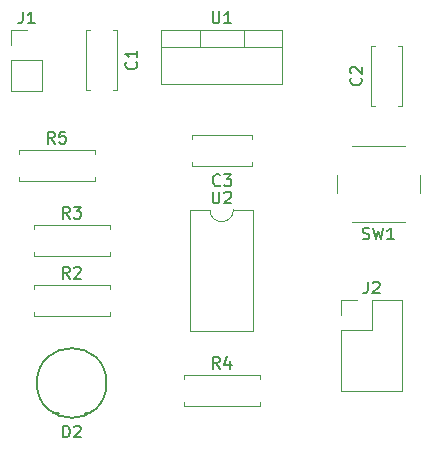
<source format=gbr>
G04 #@! TF.FileFunction,Legend,Top*
%FSLAX46Y46*%
G04 Gerber Fmt 4.6, Leading zero omitted, Abs format (unit mm)*
G04 Created by KiCad (PCBNEW 4.0.7) date 11/08/17 15:50:54*
%MOMM*%
%LPD*%
G01*
G04 APERTURE LIST*
%ADD10C,0.100000*%
%ADD11C,0.120000*%
%ADD12C,0.150000*%
G04 APERTURE END LIST*
D10*
D11*
X172760000Y-97730000D02*
X172760000Y-102850000D01*
X170140000Y-97730000D02*
X170140000Y-102850000D01*
X172760000Y-97730000D02*
X172446000Y-97730000D01*
X170454000Y-97730000D02*
X170140000Y-97730000D01*
X172760000Y-102850000D02*
X172446000Y-102850000D01*
X170454000Y-102850000D02*
X170140000Y-102850000D01*
X194270000Y-104200000D02*
X194270000Y-99080000D01*
X196890000Y-104200000D02*
X196890000Y-99080000D01*
X194270000Y-104200000D02*
X194584000Y-104200000D01*
X196576000Y-104200000D02*
X196890000Y-104200000D01*
X194270000Y-99080000D02*
X194584000Y-99080000D01*
X196576000Y-99080000D02*
X196890000Y-99080000D01*
X184210000Y-109260000D02*
X179090000Y-109260000D01*
X184210000Y-106640000D02*
X179090000Y-106640000D01*
X184210000Y-109260000D02*
X184210000Y-108946000D01*
X184210000Y-106954000D02*
X184210000Y-106640000D01*
X179090000Y-109260000D02*
X179090000Y-108946000D01*
X179090000Y-106954000D02*
X179090000Y-106640000D01*
D12*
X170010000Y-130135000D02*
X170460000Y-130135000D01*
X171860000Y-127635000D02*
G75*
G03X171860000Y-127635000I-2950000J0D01*
G01*
X167810000Y-130135000D02*
X167360000Y-130135000D01*
D11*
X163770000Y-102930000D02*
X166430000Y-102930000D01*
X163770000Y-100330000D02*
X163770000Y-102930000D01*
X166430000Y-100330000D02*
X166430000Y-102930000D01*
X163770000Y-100330000D02*
X166430000Y-100330000D01*
X163770000Y-99060000D02*
X163770000Y-97730000D01*
X163770000Y-97730000D02*
X165100000Y-97730000D01*
X191710000Y-128330000D02*
X196910000Y-128330000D01*
X191710000Y-123190000D02*
X191710000Y-128330000D01*
X196910000Y-120590000D02*
X196910000Y-128330000D01*
X191710000Y-123190000D02*
X194310000Y-123190000D01*
X194310000Y-123190000D02*
X194310000Y-120590000D01*
X194310000Y-120590000D02*
X196910000Y-120590000D01*
X191710000Y-121920000D02*
X191710000Y-120590000D01*
X191710000Y-120590000D02*
X193040000Y-120590000D01*
X165700000Y-119670000D02*
X165700000Y-119340000D01*
X165700000Y-119340000D02*
X172120000Y-119340000D01*
X172120000Y-119340000D02*
X172120000Y-119670000D01*
X165700000Y-121630000D02*
X165700000Y-121960000D01*
X165700000Y-121960000D02*
X172120000Y-121960000D01*
X172120000Y-121960000D02*
X172120000Y-121630000D01*
X165700000Y-114590000D02*
X165700000Y-114260000D01*
X165700000Y-114260000D02*
X172120000Y-114260000D01*
X172120000Y-114260000D02*
X172120000Y-114590000D01*
X165700000Y-116550000D02*
X165700000Y-116880000D01*
X165700000Y-116880000D02*
X172120000Y-116880000D01*
X172120000Y-116880000D02*
X172120000Y-116550000D01*
X178400000Y-127290000D02*
X178400000Y-126960000D01*
X178400000Y-126960000D02*
X184820000Y-126960000D01*
X184820000Y-126960000D02*
X184820000Y-127290000D01*
X178400000Y-129250000D02*
X178400000Y-129580000D01*
X178400000Y-129580000D02*
X184820000Y-129580000D01*
X184820000Y-129580000D02*
X184820000Y-129250000D01*
X164430000Y-108240000D02*
X164430000Y-107910000D01*
X164430000Y-107910000D02*
X170850000Y-107910000D01*
X170850000Y-107910000D02*
X170850000Y-108240000D01*
X164430000Y-110200000D02*
X164430000Y-110530000D01*
X164430000Y-110530000D02*
X170850000Y-110530000D01*
X170850000Y-110530000D02*
X170850000Y-110200000D01*
X197120000Y-107530000D02*
X192620000Y-107530000D01*
X198370000Y-111530000D02*
X198370000Y-110030000D01*
X192620000Y-114030000D02*
X197120000Y-114030000D01*
X191370000Y-110030000D02*
X191370000Y-111530000D01*
X176490000Y-97710000D02*
X186730000Y-97710000D01*
X176490000Y-102351000D02*
X186730000Y-102351000D01*
X176490000Y-97710000D02*
X176490000Y-102351000D01*
X186730000Y-97710000D02*
X186730000Y-102351000D01*
X176490000Y-99220000D02*
X186730000Y-99220000D01*
X179760000Y-97710000D02*
X179760000Y-99220000D01*
X183461000Y-97710000D02*
X183461000Y-99220000D01*
X182610000Y-112970000D02*
G75*
G02X180610000Y-112970000I-1000000J0D01*
G01*
X180610000Y-112970000D02*
X178960000Y-112970000D01*
X178960000Y-112970000D02*
X178960000Y-123250000D01*
X178960000Y-123250000D02*
X184260000Y-123250000D01*
X184260000Y-123250000D02*
X184260000Y-112970000D01*
X184260000Y-112970000D02*
X182610000Y-112970000D01*
D12*
X174367143Y-100456666D02*
X174414762Y-100504285D01*
X174462381Y-100647142D01*
X174462381Y-100742380D01*
X174414762Y-100885238D01*
X174319524Y-100980476D01*
X174224286Y-101028095D01*
X174033810Y-101075714D01*
X173890952Y-101075714D01*
X173700476Y-101028095D01*
X173605238Y-100980476D01*
X173510000Y-100885238D01*
X173462381Y-100742380D01*
X173462381Y-100647142D01*
X173510000Y-100504285D01*
X173557619Y-100456666D01*
X174462381Y-99504285D02*
X174462381Y-100075714D01*
X174462381Y-99790000D02*
X173462381Y-99790000D01*
X173605238Y-99885238D01*
X173700476Y-99980476D01*
X173748095Y-100075714D01*
X193377143Y-101806666D02*
X193424762Y-101854285D01*
X193472381Y-101997142D01*
X193472381Y-102092380D01*
X193424762Y-102235238D01*
X193329524Y-102330476D01*
X193234286Y-102378095D01*
X193043810Y-102425714D01*
X192900952Y-102425714D01*
X192710476Y-102378095D01*
X192615238Y-102330476D01*
X192520000Y-102235238D01*
X192472381Y-102092380D01*
X192472381Y-101997142D01*
X192520000Y-101854285D01*
X192567619Y-101806666D01*
X192567619Y-101425714D02*
X192520000Y-101378095D01*
X192472381Y-101282857D01*
X192472381Y-101044761D01*
X192520000Y-100949523D01*
X192567619Y-100901904D01*
X192662857Y-100854285D01*
X192758095Y-100854285D01*
X192900952Y-100901904D01*
X193472381Y-101473333D01*
X193472381Y-100854285D01*
X181483334Y-110867143D02*
X181435715Y-110914762D01*
X181292858Y-110962381D01*
X181197620Y-110962381D01*
X181054762Y-110914762D01*
X180959524Y-110819524D01*
X180911905Y-110724286D01*
X180864286Y-110533810D01*
X180864286Y-110390952D01*
X180911905Y-110200476D01*
X180959524Y-110105238D01*
X181054762Y-110010000D01*
X181197620Y-109962381D01*
X181292858Y-109962381D01*
X181435715Y-110010000D01*
X181483334Y-110057619D01*
X181816667Y-109962381D02*
X182435715Y-109962381D01*
X182102381Y-110343333D01*
X182245239Y-110343333D01*
X182340477Y-110390952D01*
X182388096Y-110438571D01*
X182435715Y-110533810D01*
X182435715Y-110771905D01*
X182388096Y-110867143D01*
X182340477Y-110914762D01*
X182245239Y-110962381D01*
X181959524Y-110962381D01*
X181864286Y-110914762D01*
X181816667Y-110867143D01*
X168171905Y-132242381D02*
X168171905Y-131242381D01*
X168410000Y-131242381D01*
X168552858Y-131290000D01*
X168648096Y-131385238D01*
X168695715Y-131480476D01*
X168743334Y-131670952D01*
X168743334Y-131813810D01*
X168695715Y-132004286D01*
X168648096Y-132099524D01*
X168552858Y-132194762D01*
X168410000Y-132242381D01*
X168171905Y-132242381D01*
X169124286Y-131337619D02*
X169171905Y-131290000D01*
X169267143Y-131242381D01*
X169505239Y-131242381D01*
X169600477Y-131290000D01*
X169648096Y-131337619D01*
X169695715Y-131432857D01*
X169695715Y-131528095D01*
X169648096Y-131670952D01*
X169076667Y-132242381D01*
X169695715Y-132242381D01*
X164766667Y-96182381D02*
X164766667Y-96896667D01*
X164719047Y-97039524D01*
X164623809Y-97134762D01*
X164480952Y-97182381D01*
X164385714Y-97182381D01*
X165766667Y-97182381D02*
X165195238Y-97182381D01*
X165480952Y-97182381D02*
X165480952Y-96182381D01*
X165385714Y-96325238D01*
X165290476Y-96420476D01*
X165195238Y-96468095D01*
X193976667Y-119042381D02*
X193976667Y-119756667D01*
X193929047Y-119899524D01*
X193833809Y-119994762D01*
X193690952Y-120042381D01*
X193595714Y-120042381D01*
X194405238Y-119137619D02*
X194452857Y-119090000D01*
X194548095Y-119042381D01*
X194786191Y-119042381D01*
X194881429Y-119090000D01*
X194929048Y-119137619D01*
X194976667Y-119232857D01*
X194976667Y-119328095D01*
X194929048Y-119470952D01*
X194357619Y-120042381D01*
X194976667Y-120042381D01*
X168743334Y-118792381D02*
X168410000Y-118316190D01*
X168171905Y-118792381D02*
X168171905Y-117792381D01*
X168552858Y-117792381D01*
X168648096Y-117840000D01*
X168695715Y-117887619D01*
X168743334Y-117982857D01*
X168743334Y-118125714D01*
X168695715Y-118220952D01*
X168648096Y-118268571D01*
X168552858Y-118316190D01*
X168171905Y-118316190D01*
X169124286Y-117887619D02*
X169171905Y-117840000D01*
X169267143Y-117792381D01*
X169505239Y-117792381D01*
X169600477Y-117840000D01*
X169648096Y-117887619D01*
X169695715Y-117982857D01*
X169695715Y-118078095D01*
X169648096Y-118220952D01*
X169076667Y-118792381D01*
X169695715Y-118792381D01*
X168743334Y-113712381D02*
X168410000Y-113236190D01*
X168171905Y-113712381D02*
X168171905Y-112712381D01*
X168552858Y-112712381D01*
X168648096Y-112760000D01*
X168695715Y-112807619D01*
X168743334Y-112902857D01*
X168743334Y-113045714D01*
X168695715Y-113140952D01*
X168648096Y-113188571D01*
X168552858Y-113236190D01*
X168171905Y-113236190D01*
X169076667Y-112712381D02*
X169695715Y-112712381D01*
X169362381Y-113093333D01*
X169505239Y-113093333D01*
X169600477Y-113140952D01*
X169648096Y-113188571D01*
X169695715Y-113283810D01*
X169695715Y-113521905D01*
X169648096Y-113617143D01*
X169600477Y-113664762D01*
X169505239Y-113712381D01*
X169219524Y-113712381D01*
X169124286Y-113664762D01*
X169076667Y-113617143D01*
X181443334Y-126412381D02*
X181110000Y-125936190D01*
X180871905Y-126412381D02*
X180871905Y-125412381D01*
X181252858Y-125412381D01*
X181348096Y-125460000D01*
X181395715Y-125507619D01*
X181443334Y-125602857D01*
X181443334Y-125745714D01*
X181395715Y-125840952D01*
X181348096Y-125888571D01*
X181252858Y-125936190D01*
X180871905Y-125936190D01*
X182300477Y-125745714D02*
X182300477Y-126412381D01*
X182062381Y-125364762D02*
X181824286Y-126079048D01*
X182443334Y-126079048D01*
X167473334Y-107362381D02*
X167140000Y-106886190D01*
X166901905Y-107362381D02*
X166901905Y-106362381D01*
X167282858Y-106362381D01*
X167378096Y-106410000D01*
X167425715Y-106457619D01*
X167473334Y-106552857D01*
X167473334Y-106695714D01*
X167425715Y-106790952D01*
X167378096Y-106838571D01*
X167282858Y-106886190D01*
X166901905Y-106886190D01*
X168378096Y-106362381D02*
X167901905Y-106362381D01*
X167854286Y-106838571D01*
X167901905Y-106790952D01*
X167997143Y-106743333D01*
X168235239Y-106743333D01*
X168330477Y-106790952D01*
X168378096Y-106838571D01*
X168425715Y-106933810D01*
X168425715Y-107171905D01*
X168378096Y-107267143D01*
X168330477Y-107314762D01*
X168235239Y-107362381D01*
X167997143Y-107362381D01*
X167901905Y-107314762D01*
X167854286Y-107267143D01*
X193536667Y-115434762D02*
X193679524Y-115482381D01*
X193917620Y-115482381D01*
X194012858Y-115434762D01*
X194060477Y-115387143D01*
X194108096Y-115291905D01*
X194108096Y-115196667D01*
X194060477Y-115101429D01*
X194012858Y-115053810D01*
X193917620Y-115006190D01*
X193727143Y-114958571D01*
X193631905Y-114910952D01*
X193584286Y-114863333D01*
X193536667Y-114768095D01*
X193536667Y-114672857D01*
X193584286Y-114577619D01*
X193631905Y-114530000D01*
X193727143Y-114482381D01*
X193965239Y-114482381D01*
X194108096Y-114530000D01*
X194441429Y-114482381D02*
X194679524Y-115482381D01*
X194870001Y-114768095D01*
X195060477Y-115482381D01*
X195298572Y-114482381D01*
X196203334Y-115482381D02*
X195631905Y-115482381D01*
X195917619Y-115482381D02*
X195917619Y-114482381D01*
X195822381Y-114625238D01*
X195727143Y-114720476D01*
X195631905Y-114768095D01*
X180848095Y-96162381D02*
X180848095Y-96971905D01*
X180895714Y-97067143D01*
X180943333Y-97114762D01*
X181038571Y-97162381D01*
X181229048Y-97162381D01*
X181324286Y-97114762D01*
X181371905Y-97067143D01*
X181419524Y-96971905D01*
X181419524Y-96162381D01*
X182419524Y-97162381D02*
X181848095Y-97162381D01*
X182133809Y-97162381D02*
X182133809Y-96162381D01*
X182038571Y-96305238D01*
X181943333Y-96400476D01*
X181848095Y-96448095D01*
X180848095Y-111422381D02*
X180848095Y-112231905D01*
X180895714Y-112327143D01*
X180943333Y-112374762D01*
X181038571Y-112422381D01*
X181229048Y-112422381D01*
X181324286Y-112374762D01*
X181371905Y-112327143D01*
X181419524Y-112231905D01*
X181419524Y-111422381D01*
X181848095Y-111517619D02*
X181895714Y-111470000D01*
X181990952Y-111422381D01*
X182229048Y-111422381D01*
X182324286Y-111470000D01*
X182371905Y-111517619D01*
X182419524Y-111612857D01*
X182419524Y-111708095D01*
X182371905Y-111850952D01*
X181800476Y-112422381D01*
X182419524Y-112422381D01*
M02*

</source>
